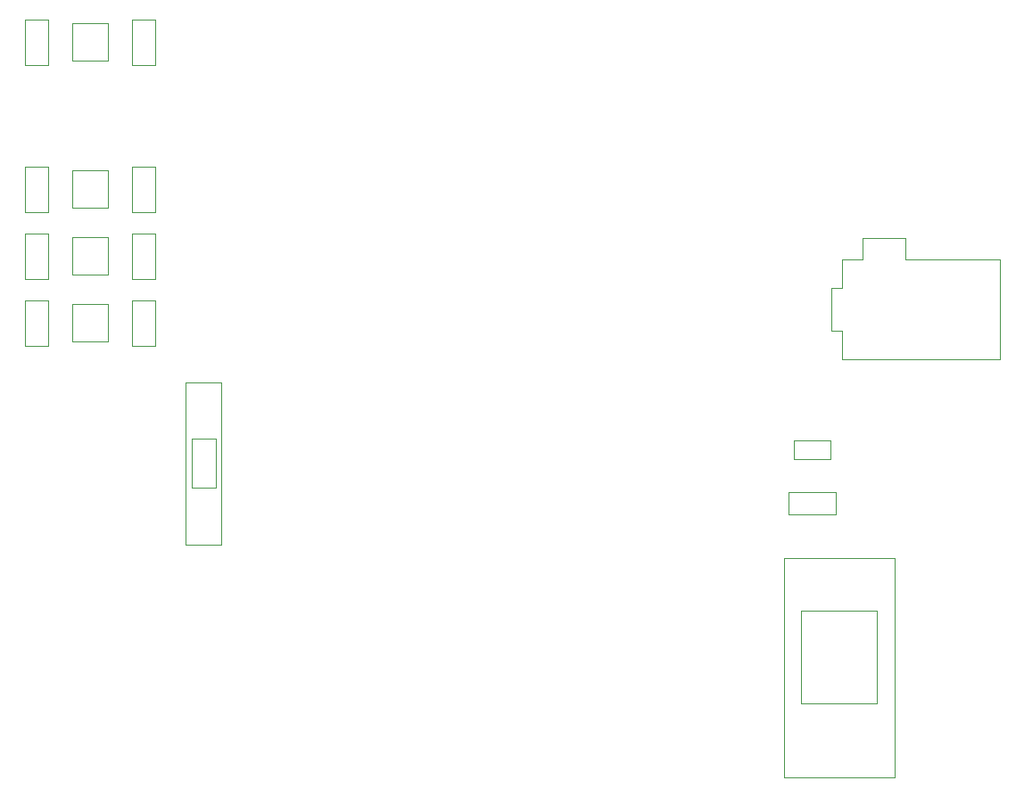
<source format=gbr>
G04 #@! TF.FileFunction,Other,User*
%FSLAX46Y46*%
G04 Gerber Fmt 4.6, Leading zero omitted, Abs format (unit mm)*
G04 Created by KiCad (PCBNEW 4.0.4-stable) date 12/10/17 00:47:25*
%MOMM*%
%LPD*%
G01*
G04 APERTURE LIST*
%ADD10C,0.250000*%
%ADD11C,0.050000*%
G04 APERTURE END LIST*
D10*
D11*
X174280000Y-117695000D02*
X178780000Y-117695000D01*
X174280000Y-117695000D02*
X174280000Y-119795000D01*
X178780000Y-119795000D02*
X178780000Y-117695000D01*
X178780000Y-119795000D02*
X174280000Y-119795000D01*
X174780000Y-112785000D02*
X178280000Y-112785000D01*
X174780000Y-112785000D02*
X174780000Y-114535000D01*
X178280000Y-114535000D02*
X178280000Y-112785000D01*
X178280000Y-114535000D02*
X174780000Y-114535000D01*
X117045000Y-122635000D02*
X120445000Y-122635000D01*
X120445000Y-122635000D02*
X120445000Y-107235000D01*
X120445000Y-107235000D02*
X117045000Y-107235000D01*
X117045000Y-107235000D02*
X117045000Y-122635000D01*
X179340000Y-104830000D02*
X179340000Y-105080000D01*
X179340000Y-105080000D02*
X194340000Y-105080000D01*
X179340000Y-104830000D02*
X179340000Y-102330000D01*
X179340000Y-102330000D02*
X178340000Y-102330000D01*
X178340000Y-102330000D02*
X178340000Y-98330000D01*
X178340000Y-98330000D02*
X179340000Y-98330000D01*
X179340000Y-98330000D02*
X179340000Y-95580000D01*
X179340000Y-95580000D02*
X181340000Y-95580000D01*
X181340000Y-95580000D02*
X181340000Y-93580000D01*
X181340000Y-93580000D02*
X185340000Y-93580000D01*
X185340000Y-93580000D02*
X185340000Y-95580000D01*
X185340000Y-95580000D02*
X194340000Y-95580000D01*
X194340000Y-95580000D02*
X194340000Y-105080000D01*
X106250000Y-99850000D02*
X109650000Y-99850000D01*
X109650000Y-99850000D02*
X109650000Y-103350000D01*
X109650000Y-103350000D02*
X106250000Y-103350000D01*
X106250000Y-103350000D02*
X106250000Y-99850000D01*
X106250000Y-93500000D02*
X109650000Y-93500000D01*
X109650000Y-93500000D02*
X109650000Y-97000000D01*
X109650000Y-97000000D02*
X106250000Y-97000000D01*
X106250000Y-97000000D02*
X106250000Y-93500000D01*
X106250000Y-87150000D02*
X109650000Y-87150000D01*
X109650000Y-87150000D02*
X109650000Y-90650000D01*
X109650000Y-90650000D02*
X106250000Y-90650000D01*
X106250000Y-90650000D02*
X106250000Y-87150000D01*
X106250000Y-73180000D02*
X109650000Y-73180000D01*
X109650000Y-73180000D02*
X109650000Y-76680000D01*
X109650000Y-76680000D02*
X106250000Y-76680000D01*
X106250000Y-76680000D02*
X106250000Y-73180000D01*
X103980000Y-99450000D02*
X103980000Y-103750000D01*
X103980000Y-99450000D02*
X101770000Y-99450000D01*
X101770000Y-103750000D02*
X103980000Y-103750000D01*
X101770000Y-103750000D02*
X101770000Y-99450000D01*
X103980000Y-93100000D02*
X103980000Y-97400000D01*
X103980000Y-93100000D02*
X101770000Y-93100000D01*
X101770000Y-97400000D02*
X103980000Y-97400000D01*
X101770000Y-97400000D02*
X101770000Y-93100000D01*
X103980000Y-86750000D02*
X103980000Y-91050000D01*
X103980000Y-86750000D02*
X101770000Y-86750000D01*
X101770000Y-91050000D02*
X103980000Y-91050000D01*
X101770000Y-91050000D02*
X101770000Y-86750000D01*
X103980000Y-72780000D02*
X103980000Y-77080000D01*
X103980000Y-72780000D02*
X101770000Y-72780000D01*
X101770000Y-77080000D02*
X103980000Y-77080000D01*
X101770000Y-77080000D02*
X101770000Y-72780000D01*
X114140000Y-99450000D02*
X114140000Y-103750000D01*
X114140000Y-99450000D02*
X111930000Y-99450000D01*
X111930000Y-103750000D02*
X114140000Y-103750000D01*
X111930000Y-103750000D02*
X111930000Y-99450000D01*
X114140000Y-93100000D02*
X114140000Y-97400000D01*
X114140000Y-93100000D02*
X111930000Y-93100000D01*
X111930000Y-97400000D02*
X114140000Y-97400000D01*
X111930000Y-97400000D02*
X111930000Y-93100000D01*
X114140000Y-86750000D02*
X114140000Y-91050000D01*
X114140000Y-86750000D02*
X111930000Y-86750000D01*
X111930000Y-91050000D02*
X114140000Y-91050000D01*
X111930000Y-91050000D02*
X111930000Y-86750000D01*
X114140000Y-72780000D02*
X114140000Y-77080000D01*
X114140000Y-72780000D02*
X111930000Y-72780000D01*
X111930000Y-77080000D02*
X114140000Y-77080000D01*
X111930000Y-77080000D02*
X111930000Y-72780000D01*
X184320000Y-144805000D02*
X184320000Y-123945000D01*
X184320000Y-123945000D02*
X173820000Y-123945000D01*
X173820000Y-123945000D02*
X173820000Y-144805000D01*
X173820000Y-144805000D02*
X184320000Y-144805000D01*
X117595000Y-117285000D02*
X117595000Y-112585000D01*
X117595000Y-112585000D02*
X119895000Y-112585000D01*
X119895000Y-112585000D02*
X119895000Y-117285000D01*
X117595000Y-117285000D02*
X119895000Y-117285000D01*
X182670000Y-137750000D02*
X182670000Y-128950000D01*
X175470000Y-137750000D02*
X182670000Y-137750000D01*
X175470000Y-128950000D02*
X175470000Y-137750000D01*
X182670000Y-128950000D02*
X175470000Y-128950000D01*
M02*

</source>
